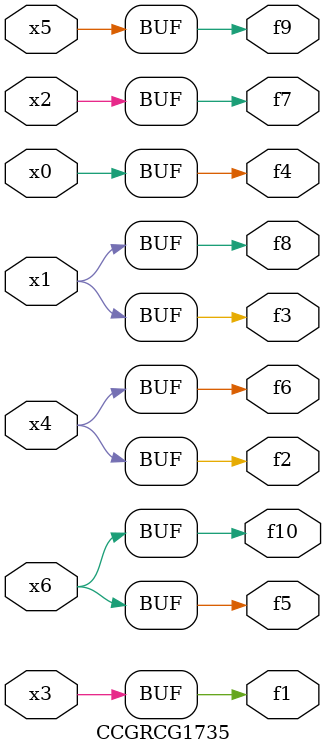
<source format=v>
module CCGRCG1735(
	input x0, x1, x2, x3, x4, x5, x6,
	output f1, f2, f3, f4, f5, f6, f7, f8, f9, f10
);
	assign f1 = x3;
	assign f2 = x4;
	assign f3 = x1;
	assign f4 = x0;
	assign f5 = x6;
	assign f6 = x4;
	assign f7 = x2;
	assign f8 = x1;
	assign f9 = x5;
	assign f10 = x6;
endmodule

</source>
